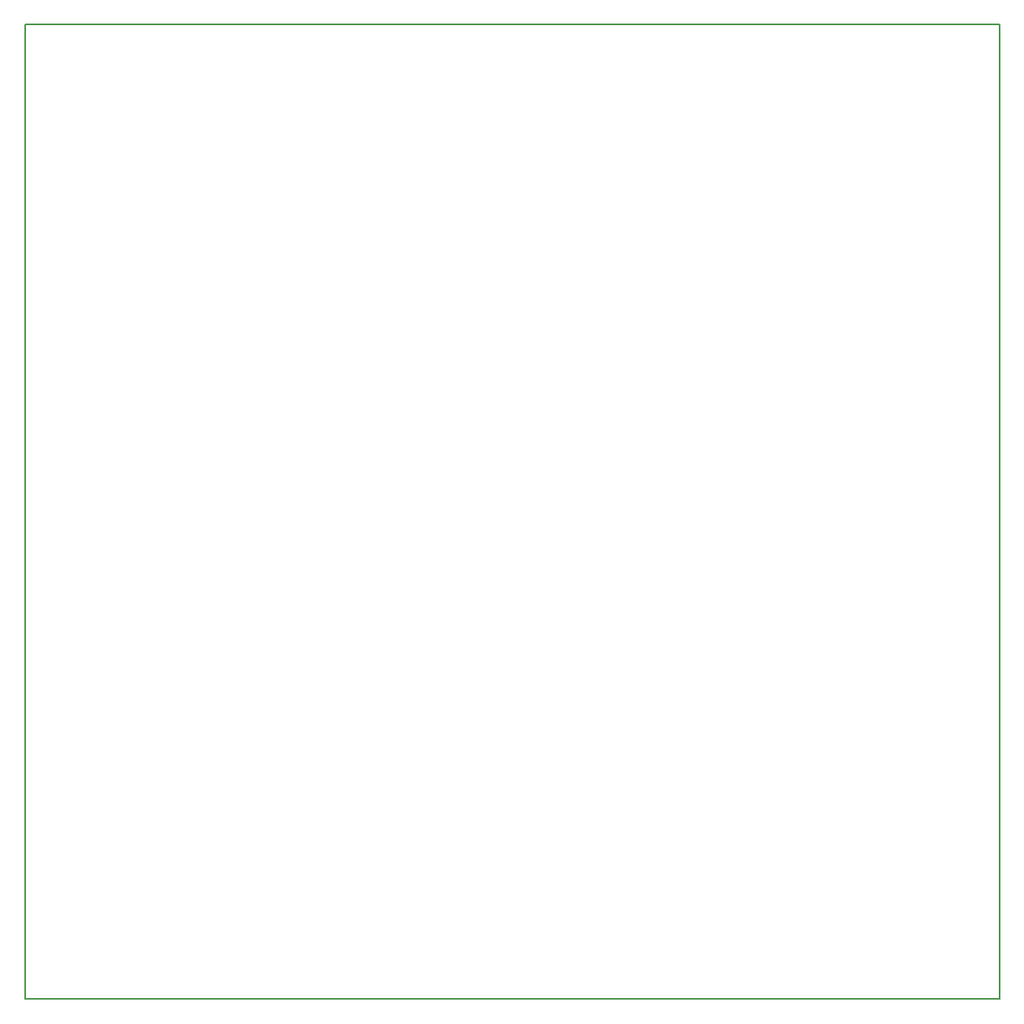
<source format=gbr>
G04 DesignSpark PCB Gerber Version 9.0 Build 5115 *
G04 #@! TF.Part,Single*
%FSLAX35Y35*%
%MOIN*%
%ADD14C,0.00500*%
X0Y0D02*
D02*
D14*
X250Y250D02*
X400250D01*
Y400250*
X250*
Y250*
X0Y0D02*
M02*

</source>
